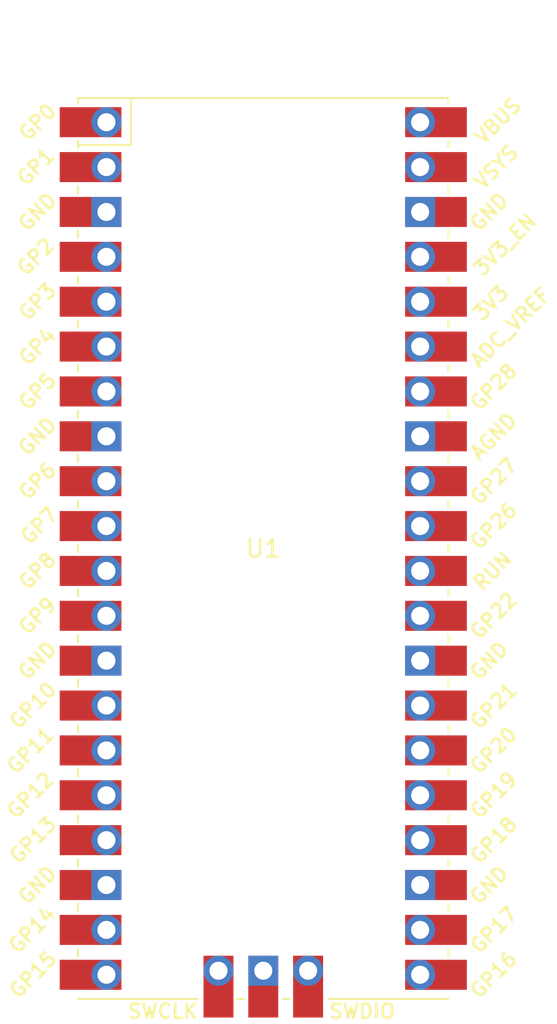
<source format=kicad_pcb>
(kicad_pcb (version 20211014) (generator pcbnew)
  (layers (0 "F.Cu" signal) (31 "B.Cu" signal) (34 "B.Paste" user) (35 "F.Paste" user) (36 "B.SilkS" user "B.Silkscreen") (37 "F.SilkS" user "F.Silkscreen") (38 "B.Mask" user) (39 "F.Mask" user) (44 "Edge.Cuts" user))
  (net 0 "")
  (footprint "MCU_RaspberryPi_and_Boards:RPi_Pico_SMD_TH" (layer "F.Cu") (at 137.414 44.704)
    (fp_text reference "U1" (at 0 0) (layer "F.SilkS"))
    (fp_text value "Pico")
    (fp_text user "GP28" (at 13.054 -9.144 45) (layer "F.SilkS") (effects (font (size 0.8 0.8))))
    (fp_text user "GP7" (at -12.7 -1.3 45) (layer "F.SilkS") (effects (font (size 0.8 0.8))))
    (fp_text user "GP20" (at 13.054 11.43 45) (layer "F.SilkS") (effects (font (size 0.8 0.8))))
    (fp_text user "GND" (at -12.8 -19.05 45) (layer "F.SilkS") (effects (font (size 0.8 0.8))))
    (fp_text user "GP15" (at -13.054 24.13 45) (layer "F.SilkS") (effects (font (size 0.8 0.8))))
    (fp_text user "VSYS" (at 13.2 -21.59 45) (layer "F.SilkS") (effects (font (size 0.8 0.8))))
    (fp_text user "GP1" (at -12.9 -21.6 45) (layer "F.SilkS") (effects (font (size 0.8 0.8))))
    (fp_text user "GP14" (at -13.1 21.59 45) (layer "F.SilkS") (effects (font (size 0.8 0.8))))
    (fp_text user "RUN" (at 13 1.27 45) (layer "F.SilkS") (effects (font (size 0.8 0.8))))
    (fp_text user "ADC_VREF" (at 14 -12.5 45) (layer "F.SilkS") (effects (font (size 0.8 0.8))))
    (fp_text user "GP9" (at -12.8 3.81 45) (layer "F.SilkS") (effects (font (size 0.8 0.8))))
    (fp_text user "GND" (at 12.8 19.05 45) (layer "F.SilkS") (effects (font (size 0.8 0.8))))
    (fp_text user "GND" (at 12.8 6.35 45) (layer "F.SilkS") (effects (font (size 0.8 0.8))))
    (fp_text user "GP18" (at 13.054 16.51 45) (layer "F.SilkS") (effects (font (size 0.8 0.8))))
    (fp_text user "GND" (at -12.8 19.05 45) (layer "F.SilkS") (effects (font (size 0.8 0.8))))
    (fp_text user "AGND" (at 13.054 -6.35 45) (layer "F.SilkS") (effects (font (size 0.8 0.8))))
    (fp_text user "SWCLK" (at -5.7 26.2) (layer "F.SilkS") (effects (font (size 0.8 0.8))))
    (fp_text user "GP6" (at -12.8 -3.81 45) (layer "F.SilkS") (effects (font (size 0.8 0.8))))
    (fp_text user "GND" (at -12.8 6.35 45) (layer "F.SilkS") (effects (font (size 0.8 0.8))))
    (fp_text user "GP4" (at -12.8 -11.43 45) (layer "F.SilkS") (effects (font (size 0.8 0.8))))
    (fp_text user "VBUS" (at 13.3 -24.2 45) (layer "F.SilkS") (effects (font (size 0.8 0.8))))
    (fp_text user "GP13" (at -13.054 16.51 45) (layer "F.SilkS") (effects (font (size 0.8 0.8))))
    (fp_text user "GND" (at 12.8 -19.05 45) (layer "F.SilkS") (effects (font (size 0.8 0.8))))
    (fp_text user "GND" (at -12.8 -6.35 45) (layer "F.SilkS") (effects (font (size 0.8 0.8))))
    (fp_text user "GP19" (at 13.054 13.97 45) (layer "F.SilkS") (effects (font (size 0.8 0.8))))
    (fp_text user "3V3_EN" (at 13.7 -17.2 45) (layer "F.SilkS") (effects (font (size 0.8 0.8))))
    (fp_text user "GP5" (at -12.8 -8.89 45) (layer "F.SilkS") (effects (font (size 0.8 0.8))))
    (fp_text user "GP12" (at -13.2 13.97 45) (layer "F.SilkS") (effects (font (size 0.8 0.8))))
    (fp_text user "GP0" (at -12.8 -24.13 45) (layer "F.SilkS") (effects (font (size 0.8 0.8))))
    (fp_text user "GP27" (at 13.054 -3.8 45) (layer "F.SilkS") (effects (font (size 0.8 0.8))))
    (fp_text user "GP8" (at -12.8 1.27 45) (layer "F.SilkS") (effects (font (size 0.8 0.8))))
    (fp_text user "GP11" (at -13.2 11.43 45) (layer "F.SilkS") (effects (font (size 0.8 0.8))))
    (fp_text user "GP21" (at 13.054 8.9 45) (layer "F.SilkS") (effects (font (size 0.8 0.8))))
    (fp_text user "GP17" (at 13.054 21.59 45) (layer "F.SilkS") (effects (font (size 0.8 0.8))))
    (fp_text user "GP2" (at -12.9 -16.51 45) (layer "F.SilkS") (effects (font (size 0.8 0.8))))
    (fp_text user "SWDIO" (at 5.6 26.2) (layer "F.SilkS") (effects (font (size 0.8 0.8))))
    (fp_text user "GP3" (at -12.8 -13.97 45) (layer "F.SilkS") (effects (font (size 0.8 0.8))))
    (fp_text user "GP16" (at 13.054 24.13 45) (layer "F.SilkS") (effects (font (size 0.8 0.8))))
    (fp_text user "GP26" (at 13.054 -1.27 45) (layer "F.SilkS") (effects (font (size 0.8 0.8))))
    (fp_text user "GP22" (at 13.054 3.81 45) (layer "F.SilkS") (effects (font (size 0.8 0.8))))
    (fp_text user "3V3" (at 12.9 -13.9 45) (layer "F.SilkS") (effects (font (size 0.8 0.8))))
    (fp_text user "GP10" (at -13.054 8.89 45) (layer "F.SilkS") (effects (font (size 0.8 0.8))))
    (fp_line (start -10.5 22.7) (end -10.5 23.1) (layer "F.SilkS") (width 0.12))
    (fp_line (start -10.5 -5.3) (end -10.5 -4.9) (layer "F.SilkS") (width 0.12))
    (fp_line (start 10.5 -20.5) (end 10.5 -20.1) (layer "F.SilkS") (width 0.12))
    (fp_line (start -10.5 -15.4) (end -10.5 -15) (layer "F.SilkS") (width 0.12))
    (fp_line (start -10.5 4.9) (end -10.5 5.3) (layer "F.SilkS") (width 0.12))
    (fp_line (start -1.5 25.5) (end -1.1 25.5) (layer "F.SilkS") (width 0.12))
    (fp_line (start 10.5 2.3) (end 10.5 2.7) (layer "F.SilkS") (width 0.12))
    (fp_line (start -10.5 -12.9) (end -10.5 -12.5) (layer "F.SilkS") (width 0.12))
    (fp_line (start 10.5 -2.7) (end 10.5 -2.3) (layer "F.SilkS") (width 0.12))
    (fp_line (start -10.5 -18) (end -10.5 -17.6) (layer "F.SilkS") (width 0.12))
    (fp_line (start 10.5 4.9) (end 10.5 5.3) (layer "F.SilkS") (width 0.12))
    (fp_line (start -10.5 -25.5) (end -10.5 -25.2) (layer "F.SilkS") (width 0.12))
    (fp_line (start 10.5 20.1) (end 10.5 20.5) (layer "F.SilkS") (width 0.12))
    (fp_line (start 1.1 25.5) (end 1.5 25.5) (layer "F.SilkS") (width 0.12))
    (fp_line (start -10.5 -20.5) (end -10.5 -20.1) (layer "F.SilkS") (width 0.12))
    (fp_line (start -10.5 -23.1) (end -10.5 -22.7) (layer "F.SilkS") (width 0.12))
    (fp_line (start 10.5 -18) (end 10.5 -17.6) (layer "F.SilkS") (width 0.12))
    (fp_line (start -10.5 15.1) (end -10.5 15.5) (layer "F.SilkS") (width 0.12))
    (fp_line (start -7.493 -22.833) (end -7.493 -25.5) (layer "F.SilkS") (width 0.12))
    (fp_line (start -10.5 -25.5) (end 10.5 -25.5) (layer "F.SilkS") (width 0.12))
    (fp_line (start -10.5 2.3) (end -10.5 2.7) (layer "F.SilkS") (width 0.12))
    (fp_line (start -3.7 25.5) (end -10.5 25.5) (layer "F.SilkS") (width 0.12))
    (fp_line (start -10.5 -22.833) (end -7.493 -22.833) (layer "F.SilkS") (width 0.12))
    (fp_line (start 10.5 -10.4) (end 10.5 -10) (layer "F.SilkS") (width 0.12))
    (fp_line (start -10.5 20.1) (end -10.5 20.5) (layer "F.SilkS") (width 0.12))
    (fp_line (start 10.5 -7.8) (end 10.5 -7.4) (layer "F.SilkS") (width 0.12))
    (fp_line (start 10.5 7.4) (end 10.5 7.8) (layer "F.SilkS") (width 0.12))
    (fp_line (start 10.5 -12.9) (end 10.5 -12.5) (layer "F.SilkS") (width 0.12))
    (fp_line (start 10.5 12.5) (end 10.5 12.9) (layer "F.SilkS") (width 0.12))
    (fp_line (start 10.5 15.1) (end 10.5 15.5) (layer "F.SilkS") (width 0.12))
    (fp_line (start -10.5 -0.2) (end -10.5 0.2) (layer "F.SilkS") (width 0.12))
    (fp_line (start -10.5 -7.8) (end -10.5 -7.4) (layer "F.SilkS") (width 0.12))
    (fp_line (start 10.5 25.5) (end 3.7 25.5) (layer "F.SilkS") (width 0.12))
    (fp_line (start -10.5 17.6) (end -10.5 18) (layer "F.SilkS") (width 0.12))
    (fp_line (start 10.5 -23.1) (end 10.5 -22.7) (layer "F.SilkS") (width 0.12))
    (fp_line (start 10.5 22.7) (end 10.5 23.1) (layer "F.SilkS") (width 0.12))
    (fp_line (start -10.5 -10.4) (end -10.5 -10) (layer "F.SilkS") (width 0.12))
    (fp_line (start 10.5 -15.4) (end 10.5 -15) (layer "F.SilkS") (width 0.12))
    (fp_line (start 10.5 17.6) (end 10.5 18) (layer "F.SilkS") (width 0.12))
    (fp_line (start -10.5 12.5) (end -10.5 12.9) (layer "F.SilkS") (width 0.12))
    (fp_line (start -10.5 10) (end -10.5 10.4) (layer "F.SilkS") (width 0.12))
    (fp_line (start 10.5 -25.5) (end 10.5 -25.2) (layer "F.SilkS") (width 0.12))
    (fp_line (start -10.5 7.4) (end -10.5 7.8) (layer "F.SilkS") (width 0.12))
    (fp_line (start 10.5 -0.2) (end 10.5 0.2) (layer "F.SilkS") (width 0.12))
    (fp_line (start 10.5 10) (end 10.5 10.4) (layer "F.SilkS") (width 0.12))
    (fp_line (start -10.5 -2.7) (end -10.5 -2.3) (layer "F.SilkS") (width 0.12))
    (fp_line (start 10.5 -5.3) (end 10.5 -4.9) (layer "F.SilkS") (width 0.12))
    (pad "" np_thru_hole oval locked (at 2.725 -24) (size 1.8 1.8) (drill 1.8) (layers *.Cu *.Mask))
    (pad "" np_thru_hole oval locked (at 2.425 -20.97) (size 1.5 1.5) (drill 1.5) (layers *.Cu *.Mask))
    (pad "" np_thru_hole oval locked (at -2.425 -20.97) (size 1.5 1.5) (drill 1.5) (layers *.Cu *.Mask))
    (pad "" np_thru_hole oval locked (at -2.725 -24) (size 1.8 1.8) (drill 1.8) (layers *.Cu *.Mask))
    (pad "1" smd rect locked (at -8.89 -24.13) (size 3.5 1.7) (drill (offset -0.9 0)) (layers "F.Cu" "F.Mask"))
    (pad "1" thru_hole oval locked (at -8.89 -24.13) (size 1.7 1.7) (drill 1.02) (layers *.Cu *.Mask))
    (pad "2" thru_hole oval locked (at -8.89 -21.59) (size 1.7 1.7) (drill 1.02) (layers *.Cu *.Mask))
    (pad "2" smd rect locked (at -8.89 -21.59) (size 3.5 1.7) (drill (offset -0.9 0)) (layers "F.Cu" "F.Mask"))
    (pad "3" thru_hole rect locked (at -8.89 -19.05) (size 1.7 1.7) (drill 1.02) (layers *.Cu *.Mask))
    (pad "3" smd rect locked (at -8.89 -19.05) (size 3.5 1.7) (drill (offset -0.9 0)) (layers "F.Cu" "F.Mask"))
    (pad "4" smd rect locked (at -8.89 -16.51) (size 3.5 1.7) (drill (offset -0.9 0)) (layers "F.Cu" "F.Mask"))
    (pad "4" thru_hole oval locked (at -8.89 -16.51) (size 1.7 1.7) (drill 1.02) (layers *.Cu *.Mask))
    (pad "5" thru_hole oval locked (at -8.89 -13.97) (size 1.7 1.7) (drill 1.02) (layers *.Cu *.Mask))
    (pad "5" smd rect locked (at -8.89 -13.97) (size 3.5 1.7) (drill (offset -0.9 0)) (layers "F.Cu" "F.Mask"))
    (pad "6" smd rect locked (at -8.89 -11.43) (size 3.5 1.7) (drill (offset -0.9 0)) (layers "F.Cu" "F.Mask"))
    (pad "6" thru_hole oval locked (at -8.89 -11.43) (size 1.7 1.7) (drill 1.02) (layers *.Cu *.Mask))
    (pad "7" thru_hole oval locked (at -8.89 -8.89) (size 1.7 1.7) (drill 1.02) (layers *.Cu *.Mask))
    (pad "7" smd rect locked (at -8.89 -8.89) (size 3.5 1.7) (drill (offset -0.9 0)) (layers "F.Cu" "F.Mask"))
    (pad "8" smd rect locked (at -8.89 -6.35) (size 3.5 1.7) (drill (offset -0.9 0)) (layers "F.Cu" "F.Mask"))
    (pad "8" thru_hole rect locked (at -8.89 -6.35) (size 1.7 1.7) (drill 1.02) (layers *.Cu *.Mask))
    (pad "9" thru_hole oval locked (at -8.89 -3.81) (size 1.7 1.7) (drill 1.02) (layers *.Cu *.Mask))
    (pad "9" smd rect locked (at -8.89 -3.81) (size 3.5 1.7) (drill (offset -0.9 0)) (layers "F.Cu" "F.Mask"))
    (pad "10" smd rect locked (at -8.89 -1.27) (size 3.5 1.7) (drill (offset -0.9 0)) (layers "F.Cu" "F.Mask"))
    (pad "10" thru_hole oval locked (at -8.89 -1.27) (size 1.7 1.7) (drill 1.02) (layers *.Cu *.Mask))
    (pad "11" thru_hole oval locked (at -8.89 1.27) (size 1.7 1.7) (drill 1.02) (layers *.Cu *.Mask))
    (pad "11" smd rect locked (at -8.89 1.27) (size 3.5 1.7) (drill (offset -0.9 0)) (layers "F.Cu" "F.Mask"))
    (pad "12" smd rect locked (at -8.89 3.81) (size 3.5 1.7) (drill (offset -0.9 0)) (layers "F.Cu" "F.Mask"))
    (pad "12" thru_hole oval locked (at -8.89 3.81) (size 1.7 1.7) (drill 1.02) (layers *.Cu *.Mask))
    (pad "13" thru_hole rect locked (at -8.89 6.35) (size 1.7 1.7) (drill 1.02) (layers *.Cu *.Mask))
    (pad "13" smd rect locked (at -8.89 6.35) (size 3.5 1.7) (drill (offset -0.9 0)) (layers "F.Cu" "F.Mask"))
    (pad "14" thru_hole oval locked (at -8.89 8.89) (size 1.7 1.7) (drill 1.02) (layers *.Cu *.Mask))
    (pad "14" smd rect locked (at -8.89 8.89) (size 3.5 1.7) (drill (offset -0.9 0)) (layers "F.Cu" "F.Mask"))
    (pad "15" thru_hole oval locked (at -8.89 11.43) (size 1.7 1.7) (drill 1.02) (layers *.Cu *.Mask))
    (pad "15" smd rect locked (at -8.89 11.43) (size 3.5 1.7) (drill (offset -0.9 0)) (layers "F.Cu" "F.Mask"))
    (pad "16" smd rect locked (at -8.89 13.97) (size 3.5 1.7) (drill (offset -0.9 0)) (layers "F.Cu" "F.Mask"))
    (pad "16" thru_hole oval locked (at -8.89 13.97) (size 1.7 1.7) (drill 1.02) (layers *.Cu *.Mask))
    (pad "17" smd rect locked (at -8.89 16.51) (size 3.5 1.7) (drill (offset -0.9 0)) (layers "F.Cu" "F.Mask"))
    (pad "17" thru_hole oval locked (at -8.89 16.51) (size 1.7 1.7) (drill 1.02) (layers *.Cu *.Mask))
    (pad "18" smd rect locked (at -8.89 19.05) (size 3.5 1.7) (drill (offset -0.9 0)) (layers "F.Cu" "F.Mask"))
    (pad "18" thru_hole rect locked (at -8.89 19.05) (size 1.7 1.7) (drill 1.02) (layers *.Cu *.Mask))
    (pad "19" smd rect locked (at -8.89 21.59) (size 3.5 1.7) (drill (offset -0.9 0)) (layers "F.Cu" "F.Mask"))
    (pad "19" thru_hole oval locked (at -8.89 21.59) (size 1.7 1.7) (drill 1.02) (layers *.Cu *.Mask))
    (pad "20" smd rect locked (at -8.89 24.13) (size 3.5 1.7) (drill (offset -0.9 0)) (layers "F.Cu" "F.Mask"))
    (pad "20" thru_hole oval locked (at -8.89 24.13) (size 1.7 1.7) (drill 1.02) (layers *.Cu *.Mask))
    (pad "21" thru_hole oval locked (at 8.89 24.13) (size 1.7 1.7) (drill 1.02) (layers *.Cu *.Mask))
    (pad "21" smd rect locked (at 8.89 24.13) (size 3.5 1.7) (drill (offset 0.9 0)) (layers "F.Cu" "F.Mask"))
    (pad "22" thru_hole oval locked (at 8.89 21.59) (size 1.7 1.7) (drill 1.02) (layers *.Cu *.Mask))
    (pad "22" smd rect locked (at 8.89 21.59) (size 3.5 1.7) (drill (offset 0.9 0)) (layers "F.Cu" "F.Mask"))
    (pad "23" smd rect locked (at 8.89 19.05) (size 3.5 1.7) (drill (offset 0.9 0)) (layers "F.Cu" "F.Mask"))
    (pad "23" thru_hole rect locked (at 8.89 19.05) (size 1.7 1.7) (drill 1.02) (layers *.Cu *.Mask))
    (pad "24" thru_hole oval locked (at 8.89 16.51) (size 1.7 1.7) (drill 1.02) (layers *.Cu *.Mask))
    (pad "24" smd rect locked (at 8.89 16.51) (size 3.5 1.7) (drill (offset 0.9 0)) (layers "F.Cu" "F.Mask"))
    (pad "25" thru_hole oval locked (at 8.89 13.97) (size 1.7 1.7) (drill 1.02) (layers *.Cu *.Mask))
    (pad "25" smd rect locked (at 8.89 13.97) (size 3.5 1.7) (drill (offset 0.9 0)) (layers "F.Cu" "F.Mask"))
    (pad "26" thru_hole oval locked (at 8.89 11.43) (size 1.7 1.7) (drill 1.02) (layers *.Cu *.Mask))
    (pad "26" smd rect locked (at 8.89 11.43) (size 3.5 1.7) (drill (offset 0.9 0)) (layers "F.Cu" "F.Mask"))
    (pad "27" thru_hole oval locked (at 8.89 8.89) (size 1.7 1.7) (drill 1.02) (layers *.Cu *.Mask))
    (pad "27" smd rect locked (at 8.89 8.89) (size 3.5 1.7) (drill (offset 0.9 0)) (layers "F.Cu" "F.Mask"))
    (pad "28" smd rect locked (at 8.89 6.35) (size 3.5 1.7) (drill (offset 0.9 0)) (layers "F.Cu" "F.Mask"))
    (pad "28" thru_hole rect locked (at 8.89 6.35) (size 1.7 1.7) (drill 1.02) (layers *.Cu *.Mask))
    (pad "29" smd rect locked (at 8.89 3.81) (size 3.5 1.7) (drill (offset 0.9 0)) (layers "F.Cu" "F.Mask"))
    (pad "29" thru_hole oval locked (at 8.89 3.81) (size 1.7 1.7) (drill 1.02) (layers *.Cu *.Mask))
    (pad "30" thru_hole oval locked (at 8.89 1.27) (size 1.7 1.7) (drill 1.02) (layers *.Cu *.Mask))
    (pad "30" smd rect locked (at 8.89 1.27) (size 3.5 1.7) (drill (offset 0.9 0)) (layers "F.Cu" "F.Mask"))
    (pad "31" smd rect locked (at 8.89 -1.27) (size 3.5 1.7) (drill (offset 0.9 0)) (layers "F.Cu" "F.Mask"))
    (pad "31" thru_hole oval locked (at 8.89 -1.27) (size 1.7 1.7) (drill 1.02) (layers *.Cu *.Mask))
    (pad "32" thru_hole oval locked (at 8.89 -3.81) (size 1.7 1.7) (drill 1.02) (layers *.Cu *.Mask))
    (pad "32" smd rect locked (at 8.89 -3.81) (size 3.5 1.7) (drill (offset 0.9 0)) (layers "F.Cu" "F.Mask"))
    (pad "33" smd rect locked (at 8.89 -6.35) (size 3.5 1.7) (drill (offset 0.9 0)) (layers "F.Cu" "F.Mask"))
    (pad "33" thru_hole rect locked (at 8.89 -6.35) (size 1.7 1.7) (drill 1.02) (layers *.Cu *.Mask))
    (pad "34" smd rect locked (at 8.89 -8.89) (size 3.5 1.7) (drill (offset 0.9 0)) (layers "F.Cu" "F.Mask"))
    (pad "34" thru_hole oval locked (at 8.89 -8.89) (size 1.7 1.7) (drill 1.02) (layers *.Cu *.Mask))
    (pad "35" smd rect locked (at 8.89 -11.43) (size 3.5 1.7) (drill (offset 0.9 0)) (layers "F.Cu" "F.Mask"))
    (pad "35" thru_hole oval locked (at 8.89 -11.43) (size 1.7 1.7) (drill 1.02) (layers *.Cu *.Mask))
    (pad "36" smd rect locked (at 8.89 -13.97) (size 3.5 1.7) (drill (offset 0.9 0)) (layers "F.Cu" "F.Mask"))
    (pad "36" thru_hole oval locked (at 8.89 -13.97) (size 1.7 1.7) (drill 1.02) (layers *.Cu *.Mask))
    (pad "37" thru_hole oval locked (at 8.89 -16.51) (size 1.7 1.7) (drill 1.02) (layers *.Cu *.Mask))
    (pad "37" smd rect locked (at 8.89 -16.51) (size 3.5 1.7) (drill (offset 0.9 0)) (layers "F.Cu" "F.Mask"))
    (pad "38" thru_hole rect locked (at 8.89 -19.05) (size 1.7 1.7) (drill 1.02) (layers *.Cu *.Mask))
    (pad "38" smd rect locked (at 8.89 -19.05) (size 3.5 1.7) (drill (offset 0.9 0)) (layers "F.Cu" "F.Mask"))
    (pad "39" thru_hole oval locked (at 8.89 -21.59) (size 1.7 1.7) (drill 1.02) (layers *.Cu *.Mask))
    (pad "39" smd rect locked (at 8.89 -21.59) (size 3.5 1.7) (drill (offset 0.9 0)) (layers "F.Cu" "F.Mask"))
    (pad "40" thru_hole oval locked (at 8.89 -24.13) (size 1.7 1.7) (drill 1.02) (layers *.Cu *.Mask))
    (pad "40" smd rect locked (at 8.89 -24.13) (size 3.5 1.7) (drill (offset 0.9 0)) (layers "F.Cu" "F.Mask"))
    (pad "41" smd rect locked (at -2.54 23.9 90) (size 3.5 1.7) (drill (offset -0.9 0)) (layers "F.Cu" "F.Mask"))
    (pad "41" thru_hole oval locked (at -2.54 23.9) (size 1.7 1.7) (drill 1.02) (layers *.Cu *.Mask))
    (pad "42" smd rect locked (at 0 23.9 90) (size 3.5 1.7) (drill (offset -0.9 0)) (layers "F.Cu" "F.Mask"))
    (pad "42" thru_hole rect locked (at 0 23.9) (size 1.7 1.7) (drill 1.02) (layers *.Cu *.Mask))
    (pad "43" smd rect locked (at 2.54 23.9 90) (size 3.5 1.7) (drill (offset -0.9 0)) (layers "F.Cu" "F.Mask"))
    (pad "43" thru_hole oval locked (at 2.54 23.9) (size 1.7 1.7) (drill 1.02) (layers *.Cu *.Mask))
  )
)
</source>
